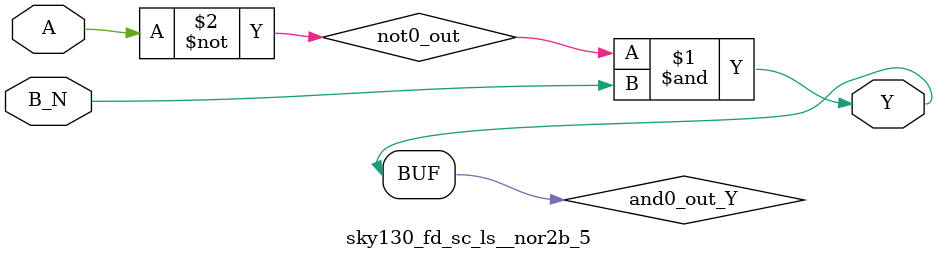
<source format=v>
module sky130_fd_sc_ls__nor2b_5 (
    Y  ,
    A  ,
    B_N
);
    output Y  ;
    input  A  ;
    input  B_N;
    wire not0_out  ;
    wire and0_out_Y;
    not not0 (not0_out  , A              );
    and and0 (and0_out_Y, not0_out, B_N  );
    buf buf0 (Y         , and0_out_Y     );
endmodule
</source>
